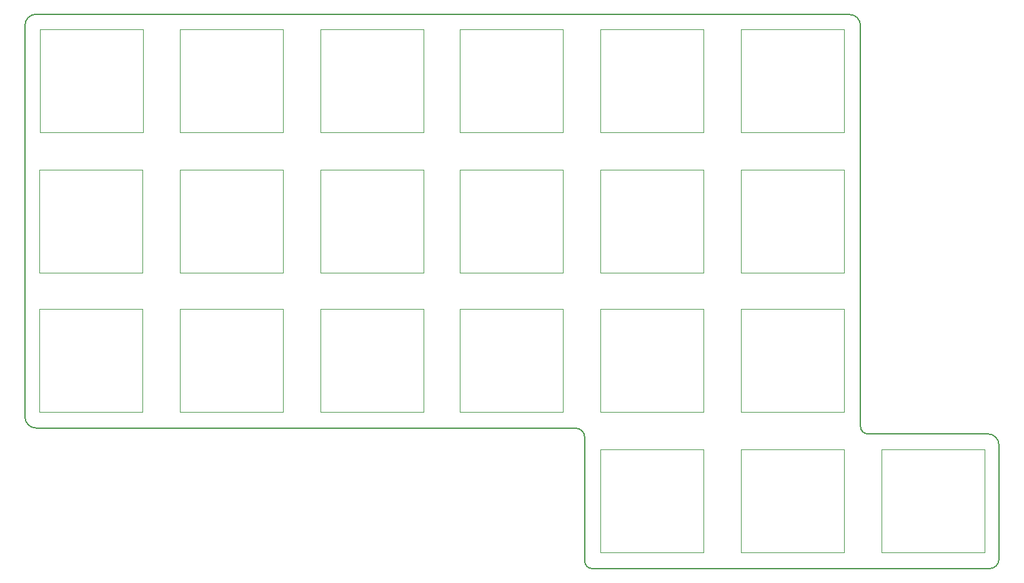
<source format=gbr>
%TF.GenerationSoftware,KiCad,Pcbnew,(5.1.5-0-10_14)*%
%TF.CreationDate,2020-01-11T12:58:57+00:00*%
%TF.ProjectId,helix,68656c69-782e-46b6-9963-61645f706362,rev?*%
%TF.SameCoordinates,Original*%
%TF.FileFunction,Legend,Bot*%
%TF.FilePolarity,Positive*%
%FSLAX46Y46*%
G04 Gerber Fmt 4.6, Leading zero omitted, Abs format (unit mm)*
G04 Created by KiCad (PCBNEW (5.1.5-0-10_14)) date 2020-01-11 12:58:57*
%MOMM*%
%LPD*%
G04 APERTURE LIST*
%ADD10C,0.150000*%
%ADD11C,0.100000*%
G04 APERTURE END LIST*
D10*
X272174000Y-88982000D02*
G75*
G02X271158000Y-87966000I0J1016000D01*
G01*
X289930000Y-90482000D02*
G75*
G03X288430000Y-88982000I-1500000J0D01*
G01*
X272174000Y-88982000D02*
X288430000Y-88982000D01*
X271158000Y-33586000D02*
X271158000Y-87966000D01*
D11*
X274055000Y-91117000D02*
X288025000Y-91117000D01*
X274055000Y-105087000D02*
X274055000Y-91117000D01*
X288025000Y-91117000D02*
X288025000Y-105087000D01*
X288025000Y-105087000D02*
X274055000Y-105087000D01*
X255005000Y-91117000D02*
X268975000Y-91117000D01*
X255005000Y-105087000D02*
X255005000Y-91117000D01*
X268975000Y-91117000D02*
X268975000Y-105087000D01*
X268975000Y-105087000D02*
X255005000Y-105087000D01*
X235955000Y-91117000D02*
X249925000Y-91117000D01*
X235955000Y-105087000D02*
X235955000Y-91117000D01*
X249925000Y-91117000D02*
X249925000Y-105087000D01*
X249925000Y-105087000D02*
X235955000Y-105087000D01*
X159882000Y-72067000D02*
X173852000Y-72067000D01*
X159882000Y-86037000D02*
X159882000Y-72067000D01*
X173852000Y-72067000D02*
X173852000Y-86037000D01*
X173852000Y-86037000D02*
X159882000Y-86037000D01*
X178932000Y-72067000D02*
X192902000Y-72067000D01*
X178932000Y-86037000D02*
X178932000Y-72067000D01*
X192902000Y-72067000D02*
X192902000Y-86037000D01*
X192902000Y-86037000D02*
X178932000Y-86037000D01*
X197982000Y-72067000D02*
X211952000Y-72067000D01*
X197982000Y-86037000D02*
X197982000Y-72067000D01*
X211952000Y-72067000D02*
X211952000Y-86037000D01*
X211952000Y-86037000D02*
X197982000Y-86037000D01*
X216905000Y-72067000D02*
X230875000Y-72067000D01*
X216905000Y-86037000D02*
X216905000Y-72067000D01*
X230875000Y-72067000D02*
X230875000Y-86037000D01*
X230875000Y-86037000D02*
X216905000Y-86037000D01*
X235955000Y-72067000D02*
X249925000Y-72067000D01*
X235955000Y-86037000D02*
X235955000Y-72067000D01*
X249925000Y-72067000D02*
X249925000Y-86037000D01*
X249925000Y-86037000D02*
X235955000Y-86037000D01*
X255005000Y-72067000D02*
X268975000Y-72067000D01*
X255005000Y-86037000D02*
X255005000Y-72067000D01*
X268975000Y-72067000D02*
X268975000Y-86037000D01*
X268975000Y-86037000D02*
X255005000Y-86037000D01*
X255005000Y-53144000D02*
X268975000Y-53144000D01*
X255005000Y-67114000D02*
X255005000Y-53144000D01*
X268975000Y-53144000D02*
X268975000Y-67114000D01*
X268975000Y-67114000D02*
X255005000Y-67114000D01*
X235955000Y-53144000D02*
X249925000Y-53144000D01*
X235955000Y-67114000D02*
X235955000Y-53144000D01*
X249925000Y-53144000D02*
X249925000Y-67114000D01*
X249925000Y-67114000D02*
X235955000Y-67114000D01*
X216905000Y-53144000D02*
X230875000Y-53144000D01*
X216905000Y-67114000D02*
X216905000Y-53144000D01*
X230875000Y-53144000D02*
X230875000Y-67114000D01*
X230875000Y-67114000D02*
X216905000Y-67114000D01*
X197982000Y-53144000D02*
X211952000Y-53144000D01*
X197982000Y-67114000D02*
X197982000Y-53144000D01*
X211952000Y-53144000D02*
X211952000Y-67114000D01*
X211952000Y-67114000D02*
X197982000Y-67114000D01*
X178932000Y-53144000D02*
X192902000Y-53144000D01*
X178932000Y-67114000D02*
X178932000Y-53144000D01*
X192902000Y-53144000D02*
X192902000Y-67114000D01*
X192902000Y-67114000D02*
X178932000Y-67114000D01*
X159882000Y-53144000D02*
X173852000Y-53144000D01*
X159882000Y-67114000D02*
X159882000Y-53144000D01*
X173852000Y-53144000D02*
X173852000Y-67114000D01*
X173852000Y-67114000D02*
X159882000Y-67114000D01*
X160009000Y-34094000D02*
X173979000Y-34094000D01*
X160009000Y-48064000D02*
X160009000Y-34094000D01*
X173979000Y-34094000D02*
X173979000Y-48064000D01*
X173979000Y-48064000D02*
X160009000Y-48064000D01*
X197982000Y-34094000D02*
X211952000Y-34094000D01*
X197982000Y-48064000D02*
X197982000Y-34094000D01*
X211952000Y-34094000D02*
X211952000Y-48064000D01*
X211952000Y-48064000D02*
X197982000Y-48064000D01*
X178932000Y-34094000D02*
X192902000Y-34094000D01*
X178932000Y-48064000D02*
X178932000Y-34094000D01*
X192902000Y-34094000D02*
X192902000Y-48064000D01*
X192902000Y-48064000D02*
X178932000Y-48064000D01*
X216905000Y-34094000D02*
X230875000Y-34094000D01*
X216905000Y-48064000D02*
X216905000Y-34094000D01*
X230875000Y-34094000D02*
X230875000Y-48064000D01*
X230875000Y-48064000D02*
X216905000Y-48064000D01*
X255005000Y-34094000D02*
X268975000Y-34094000D01*
X255005000Y-48064000D02*
X255005000Y-34094000D01*
X268975000Y-34094000D02*
X268975000Y-48064000D01*
X268975000Y-48064000D02*
X255005000Y-48064000D01*
X249925000Y-34094000D02*
X249925000Y-48064000D01*
X235955000Y-34094000D02*
X249925000Y-34094000D01*
X235955000Y-48064000D02*
X235955000Y-34094000D01*
X249925000Y-48064000D02*
X235955000Y-48064000D01*
D10*
X159430000Y-32062000D02*
G75*
G03X157930000Y-33562000I0J-1500000D01*
G01*
X271158000Y-33586000D02*
G75*
G03X269658000Y-32086000I-1500000J0D01*
G01*
X269658000Y-32086000D02*
X159430000Y-32062000D01*
X289930000Y-105976000D02*
G75*
G02X288660000Y-107246000I-1270000J0D01*
G01*
X289930000Y-105976000D02*
X289930000Y-90482000D01*
X157930000Y-33562000D02*
X157930000Y-86672000D01*
X159430000Y-88172000D02*
X232526000Y-88196000D01*
X157930000Y-86672000D02*
G75*
G03X159430000Y-88172000I1500000J0D01*
G01*
X232526000Y-88196000D02*
G75*
G02X233796000Y-89466000I0J-1270000D01*
G01*
X233796000Y-89466000D02*
X233796000Y-106230000D01*
X234812000Y-107246000D02*
G75*
G02X233796000Y-106230000I0J1016000D01*
G01*
X234812000Y-107246000D02*
X288660000Y-107246000D01*
M02*

</source>
